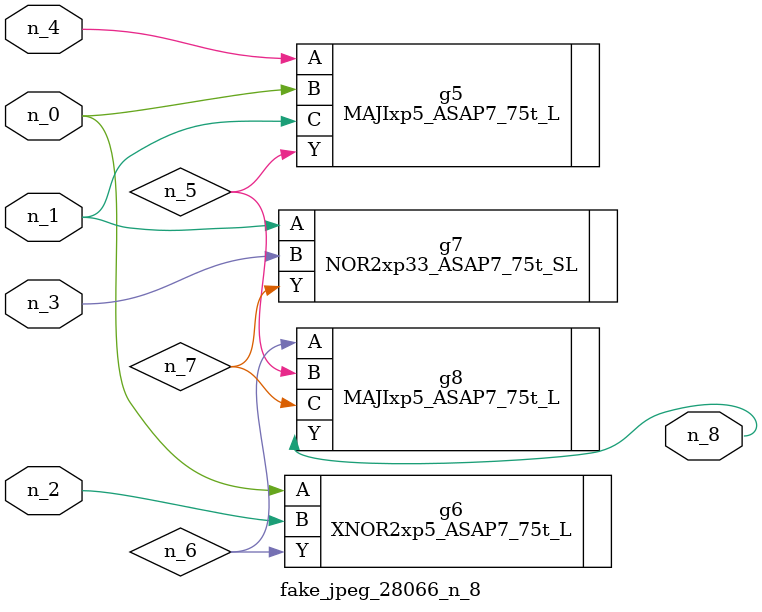
<source format=v>
module fake_jpeg_28066_n_8 (n_3, n_2, n_1, n_0, n_4, n_8);

input n_3;
input n_2;
input n_1;
input n_0;
input n_4;

output n_8;

wire n_6;
wire n_5;
wire n_7;

MAJIxp5_ASAP7_75t_L g5 ( 
.A(n_4),
.B(n_0),
.C(n_1),
.Y(n_5)
);

XNOR2xp5_ASAP7_75t_L g6 ( 
.A(n_0),
.B(n_2),
.Y(n_6)
);

NOR2xp33_ASAP7_75t_SL g7 ( 
.A(n_1),
.B(n_3),
.Y(n_7)
);

MAJIxp5_ASAP7_75t_L g8 ( 
.A(n_6),
.B(n_5),
.C(n_7),
.Y(n_8)
);


endmodule
</source>
